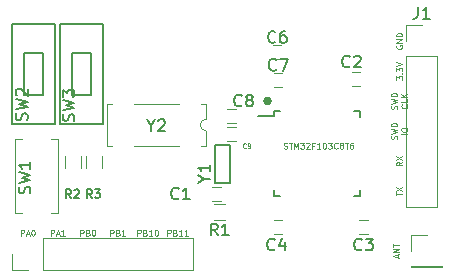
<source format=gto>
G04 #@! TF.GenerationSoftware,KiCad,Pcbnew,5.0.0-rc2-unknown-a288d61~65~ubuntu18.04.1*
G04 #@! TF.CreationDate,2018-06-25T15:59:21+02:00*
G04 #@! TF.ProjectId,STM32_Sensor,53544D33325F53656E736F722E6B6963,rev?*
G04 #@! TF.SameCoordinates,Original*
G04 #@! TF.FileFunction,Legend,Top*
G04 #@! TF.FilePolarity,Positive*
%FSLAX46Y46*%
G04 Gerber Fmt 4.6, Leading zero omitted, Abs format (unit mm)*
G04 Created by KiCad (PCBNEW 5.0.0-rc2-unknown-a288d61~65~ubuntu18.04.1) date Mon Jun 25 15:59:21 2018*
%MOMM*%
%LPD*%
G01*
G04 APERTURE LIST*
%ADD10C,0.300000*%
%ADD11C,0.125000*%
%ADD12C,0.150000*%
%ADD13C,0.120000*%
%ADD14C,0.100000*%
G04 APERTURE END LIST*
D10*
X129486000Y-86106000D02*
G75*
G03X129486000Y-86106000I-200000J0D01*
G01*
D11*
X130663523Y-90118380D02*
X130734952Y-90142190D01*
X130854000Y-90142190D01*
X130901619Y-90118380D01*
X130925428Y-90094571D01*
X130949238Y-90046952D01*
X130949238Y-89999333D01*
X130925428Y-89951714D01*
X130901619Y-89927904D01*
X130854000Y-89904095D01*
X130758761Y-89880285D01*
X130711142Y-89856476D01*
X130687333Y-89832666D01*
X130663523Y-89785047D01*
X130663523Y-89737428D01*
X130687333Y-89689809D01*
X130711142Y-89666000D01*
X130758761Y-89642190D01*
X130877809Y-89642190D01*
X130949238Y-89666000D01*
X131092095Y-89642190D02*
X131377809Y-89642190D01*
X131234952Y-90142190D02*
X131234952Y-89642190D01*
X131544476Y-90142190D02*
X131544476Y-89642190D01*
X131711142Y-89999333D01*
X131877809Y-89642190D01*
X131877809Y-90142190D01*
X132068285Y-89642190D02*
X132377809Y-89642190D01*
X132211142Y-89832666D01*
X132282571Y-89832666D01*
X132330190Y-89856476D01*
X132354000Y-89880285D01*
X132377809Y-89927904D01*
X132377809Y-90046952D01*
X132354000Y-90094571D01*
X132330190Y-90118380D01*
X132282571Y-90142190D01*
X132139714Y-90142190D01*
X132092095Y-90118380D01*
X132068285Y-90094571D01*
X132568285Y-89689809D02*
X132592095Y-89666000D01*
X132639714Y-89642190D01*
X132758761Y-89642190D01*
X132806380Y-89666000D01*
X132830190Y-89689809D01*
X132854000Y-89737428D01*
X132854000Y-89785047D01*
X132830190Y-89856476D01*
X132544476Y-90142190D01*
X132854000Y-90142190D01*
X133234952Y-89880285D02*
X133068285Y-89880285D01*
X133068285Y-90142190D02*
X133068285Y-89642190D01*
X133306380Y-89642190D01*
X133758761Y-90142190D02*
X133473047Y-90142190D01*
X133615904Y-90142190D02*
X133615904Y-89642190D01*
X133568285Y-89713619D01*
X133520666Y-89761238D01*
X133473047Y-89785047D01*
X134068285Y-89642190D02*
X134115904Y-89642190D01*
X134163523Y-89666000D01*
X134187333Y-89689809D01*
X134211142Y-89737428D01*
X134234952Y-89832666D01*
X134234952Y-89951714D01*
X134211142Y-90046952D01*
X134187333Y-90094571D01*
X134163523Y-90118380D01*
X134115904Y-90142190D01*
X134068285Y-90142190D01*
X134020666Y-90118380D01*
X133996857Y-90094571D01*
X133973047Y-90046952D01*
X133949238Y-89951714D01*
X133949238Y-89832666D01*
X133973047Y-89737428D01*
X133996857Y-89689809D01*
X134020666Y-89666000D01*
X134068285Y-89642190D01*
X134401619Y-89642190D02*
X134711142Y-89642190D01*
X134544476Y-89832666D01*
X134615904Y-89832666D01*
X134663523Y-89856476D01*
X134687333Y-89880285D01*
X134711142Y-89927904D01*
X134711142Y-90046952D01*
X134687333Y-90094571D01*
X134663523Y-90118380D01*
X134615904Y-90142190D01*
X134473047Y-90142190D01*
X134425428Y-90118380D01*
X134401619Y-90094571D01*
X135211142Y-90094571D02*
X135187333Y-90118380D01*
X135115904Y-90142190D01*
X135068285Y-90142190D01*
X134996857Y-90118380D01*
X134949238Y-90070761D01*
X134925428Y-90023142D01*
X134901619Y-89927904D01*
X134901619Y-89856476D01*
X134925428Y-89761238D01*
X134949238Y-89713619D01*
X134996857Y-89666000D01*
X135068285Y-89642190D01*
X135115904Y-89642190D01*
X135187333Y-89666000D01*
X135211142Y-89689809D01*
X135496857Y-89856476D02*
X135449238Y-89832666D01*
X135425428Y-89808857D01*
X135401619Y-89761238D01*
X135401619Y-89737428D01*
X135425428Y-89689809D01*
X135449238Y-89666000D01*
X135496857Y-89642190D01*
X135592095Y-89642190D01*
X135639714Y-89666000D01*
X135663523Y-89689809D01*
X135687333Y-89737428D01*
X135687333Y-89761238D01*
X135663523Y-89808857D01*
X135639714Y-89832666D01*
X135592095Y-89856476D01*
X135496857Y-89856476D01*
X135449238Y-89880285D01*
X135425428Y-89904095D01*
X135401619Y-89951714D01*
X135401619Y-90046952D01*
X135425428Y-90094571D01*
X135449238Y-90118380D01*
X135496857Y-90142190D01*
X135592095Y-90142190D01*
X135639714Y-90118380D01*
X135663523Y-90094571D01*
X135687333Y-90046952D01*
X135687333Y-89951714D01*
X135663523Y-89904095D01*
X135639714Y-89880285D01*
X135592095Y-89856476D01*
X135830190Y-89642190D02*
X136115904Y-89642190D01*
X135973047Y-90142190D02*
X135973047Y-89642190D01*
X136496857Y-89642190D02*
X136401619Y-89642190D01*
X136354000Y-89666000D01*
X136330190Y-89689809D01*
X136282571Y-89761238D01*
X136258761Y-89856476D01*
X136258761Y-90046952D01*
X136282571Y-90094571D01*
X136306380Y-90118380D01*
X136354000Y-90142190D01*
X136449238Y-90142190D01*
X136496857Y-90118380D01*
X136520666Y-90094571D01*
X136544476Y-90046952D01*
X136544476Y-89927904D01*
X136520666Y-89880285D01*
X136496857Y-89856476D01*
X136449238Y-89832666D01*
X136354000Y-89832666D01*
X136306380Y-89856476D01*
X136282571Y-89880285D01*
X136258761Y-89927904D01*
X140291333Y-99377428D02*
X140291333Y-99139333D01*
X140434190Y-99425047D02*
X139934190Y-99258380D01*
X140434190Y-99091714D01*
X140434190Y-98925047D02*
X139934190Y-98925047D01*
X140434190Y-98639333D01*
X139934190Y-98639333D01*
X139934190Y-98472666D02*
X139934190Y-98186952D01*
X140434190Y-98329809D02*
X139934190Y-98329809D01*
X140188190Y-94106952D02*
X140188190Y-93821238D01*
X140688190Y-93964095D02*
X140188190Y-93964095D01*
X140188190Y-93702190D02*
X140688190Y-93368857D01*
X140188190Y-93368857D02*
X140688190Y-93702190D01*
X140688190Y-91269333D02*
X140450095Y-91436000D01*
X140688190Y-91555047D02*
X140188190Y-91555047D01*
X140188190Y-91364571D01*
X140212000Y-91316952D01*
X140235809Y-91293142D01*
X140283428Y-91269333D01*
X140354857Y-91269333D01*
X140402476Y-91293142D01*
X140426285Y-91316952D01*
X140450095Y-91364571D01*
X140450095Y-91555047D01*
X140188190Y-91102666D02*
X140688190Y-90769333D01*
X140188190Y-90769333D02*
X140688190Y-91102666D01*
X140226880Y-89324571D02*
X140250690Y-89253142D01*
X140250690Y-89134095D01*
X140226880Y-89086476D01*
X140203071Y-89062666D01*
X140155452Y-89038857D01*
X140107833Y-89038857D01*
X140060214Y-89062666D01*
X140036404Y-89086476D01*
X140012595Y-89134095D01*
X139988785Y-89229333D01*
X139964976Y-89276952D01*
X139941166Y-89300761D01*
X139893547Y-89324571D01*
X139845928Y-89324571D01*
X139798309Y-89300761D01*
X139774500Y-89276952D01*
X139750690Y-89229333D01*
X139750690Y-89110285D01*
X139774500Y-89038857D01*
X139750690Y-88872190D02*
X140250690Y-88753142D01*
X139893547Y-88657904D01*
X140250690Y-88562666D01*
X139750690Y-88443619D01*
X140250690Y-88253142D02*
X139750690Y-88253142D01*
X139750690Y-88134095D01*
X139774500Y-88062666D01*
X139822119Y-88015047D01*
X139869738Y-87991238D01*
X139964976Y-87967428D01*
X140036404Y-87967428D01*
X140131642Y-87991238D01*
X140179261Y-88015047D01*
X140226880Y-88062666D01*
X140250690Y-88134095D01*
X140250690Y-88253142D01*
X141125690Y-88907904D02*
X140625690Y-88907904D01*
X140625690Y-88574571D02*
X140625690Y-88479333D01*
X140649500Y-88431714D01*
X140697119Y-88384095D01*
X140792357Y-88360285D01*
X140959023Y-88360285D01*
X141054261Y-88384095D01*
X141101880Y-88431714D01*
X141125690Y-88479333D01*
X141125690Y-88574571D01*
X141101880Y-88622190D01*
X141054261Y-88669809D01*
X140959023Y-88693619D01*
X140792357Y-88693619D01*
X140697119Y-88669809D01*
X140649500Y-88622190D01*
X140625690Y-88574571D01*
X140226880Y-86784571D02*
X140250690Y-86713142D01*
X140250690Y-86594095D01*
X140226880Y-86546476D01*
X140203071Y-86522666D01*
X140155452Y-86498857D01*
X140107833Y-86498857D01*
X140060214Y-86522666D01*
X140036404Y-86546476D01*
X140012595Y-86594095D01*
X139988785Y-86689333D01*
X139964976Y-86736952D01*
X139941166Y-86760761D01*
X139893547Y-86784571D01*
X139845928Y-86784571D01*
X139798309Y-86760761D01*
X139774500Y-86736952D01*
X139750690Y-86689333D01*
X139750690Y-86570285D01*
X139774500Y-86498857D01*
X139750690Y-86332190D02*
X140250690Y-86213142D01*
X139893547Y-86117904D01*
X140250690Y-86022666D01*
X139750690Y-85903619D01*
X140250690Y-85713142D02*
X139750690Y-85713142D01*
X139750690Y-85594095D01*
X139774500Y-85522666D01*
X139822119Y-85475047D01*
X139869738Y-85451238D01*
X139964976Y-85427428D01*
X140036404Y-85427428D01*
X140131642Y-85451238D01*
X140179261Y-85475047D01*
X140226880Y-85522666D01*
X140250690Y-85594095D01*
X140250690Y-85713142D01*
X141078071Y-86403619D02*
X141101880Y-86427428D01*
X141125690Y-86498857D01*
X141125690Y-86546476D01*
X141101880Y-86617904D01*
X141054261Y-86665523D01*
X141006642Y-86689333D01*
X140911404Y-86713142D01*
X140839976Y-86713142D01*
X140744738Y-86689333D01*
X140697119Y-86665523D01*
X140649500Y-86617904D01*
X140625690Y-86546476D01*
X140625690Y-86498857D01*
X140649500Y-86427428D01*
X140673309Y-86403619D01*
X141125690Y-85951238D02*
X141125690Y-86189333D01*
X140625690Y-86189333D01*
X141125690Y-85784571D02*
X140625690Y-85784571D01*
X141125690Y-85498857D02*
X140839976Y-85713142D01*
X140625690Y-85498857D02*
X140911404Y-85784571D01*
X140188190Y-84304095D02*
X140188190Y-83994571D01*
X140378666Y-84161238D01*
X140378666Y-84089809D01*
X140402476Y-84042190D01*
X140426285Y-84018380D01*
X140473904Y-83994571D01*
X140592952Y-83994571D01*
X140640571Y-84018380D01*
X140664380Y-84042190D01*
X140688190Y-84089809D01*
X140688190Y-84232666D01*
X140664380Y-84280285D01*
X140640571Y-84304095D01*
X140640571Y-83780285D02*
X140664380Y-83756476D01*
X140688190Y-83780285D01*
X140664380Y-83804095D01*
X140640571Y-83780285D01*
X140688190Y-83780285D01*
X140188190Y-83589809D02*
X140188190Y-83280285D01*
X140378666Y-83446952D01*
X140378666Y-83375523D01*
X140402476Y-83327904D01*
X140426285Y-83304095D01*
X140473904Y-83280285D01*
X140592952Y-83280285D01*
X140640571Y-83304095D01*
X140664380Y-83327904D01*
X140688190Y-83375523D01*
X140688190Y-83518380D01*
X140664380Y-83566000D01*
X140640571Y-83589809D01*
X140188190Y-83137428D02*
X140688190Y-82970761D01*
X140188190Y-82804095D01*
X140212000Y-81406952D02*
X140188190Y-81454571D01*
X140188190Y-81526000D01*
X140212000Y-81597428D01*
X140259619Y-81645047D01*
X140307238Y-81668857D01*
X140402476Y-81692666D01*
X140473904Y-81692666D01*
X140569142Y-81668857D01*
X140616761Y-81645047D01*
X140664380Y-81597428D01*
X140688190Y-81526000D01*
X140688190Y-81478380D01*
X140664380Y-81406952D01*
X140640571Y-81383142D01*
X140473904Y-81383142D01*
X140473904Y-81478380D01*
X140688190Y-81168857D02*
X140188190Y-81168857D01*
X140688190Y-80883142D01*
X140188190Y-80883142D01*
X140688190Y-80645047D02*
X140188190Y-80645047D01*
X140188190Y-80526000D01*
X140212000Y-80454571D01*
X140259619Y-80406952D01*
X140307238Y-80383142D01*
X140402476Y-80359333D01*
X140473904Y-80359333D01*
X140569142Y-80383142D01*
X140616761Y-80406952D01*
X140664380Y-80454571D01*
X140688190Y-80526000D01*
X140688190Y-80645047D01*
X120808857Y-97508190D02*
X120808857Y-97008190D01*
X120999333Y-97008190D01*
X121046952Y-97032000D01*
X121070761Y-97055809D01*
X121094571Y-97103428D01*
X121094571Y-97174857D01*
X121070761Y-97222476D01*
X121046952Y-97246285D01*
X120999333Y-97270095D01*
X120808857Y-97270095D01*
X121475523Y-97246285D02*
X121546952Y-97270095D01*
X121570761Y-97293904D01*
X121594571Y-97341523D01*
X121594571Y-97412952D01*
X121570761Y-97460571D01*
X121546952Y-97484380D01*
X121499333Y-97508190D01*
X121308857Y-97508190D01*
X121308857Y-97008190D01*
X121475523Y-97008190D01*
X121523142Y-97032000D01*
X121546952Y-97055809D01*
X121570761Y-97103428D01*
X121570761Y-97151047D01*
X121546952Y-97198666D01*
X121523142Y-97222476D01*
X121475523Y-97246285D01*
X121308857Y-97246285D01*
X122070761Y-97508190D02*
X121785047Y-97508190D01*
X121927904Y-97508190D02*
X121927904Y-97008190D01*
X121880285Y-97079619D01*
X121832666Y-97127238D01*
X121785047Y-97151047D01*
X122546952Y-97508190D02*
X122261238Y-97508190D01*
X122404095Y-97508190D02*
X122404095Y-97008190D01*
X122356476Y-97079619D01*
X122308857Y-97127238D01*
X122261238Y-97151047D01*
X118268857Y-97508190D02*
X118268857Y-97008190D01*
X118459333Y-97008190D01*
X118506952Y-97032000D01*
X118530761Y-97055809D01*
X118554571Y-97103428D01*
X118554571Y-97174857D01*
X118530761Y-97222476D01*
X118506952Y-97246285D01*
X118459333Y-97270095D01*
X118268857Y-97270095D01*
X118935523Y-97246285D02*
X119006952Y-97270095D01*
X119030761Y-97293904D01*
X119054571Y-97341523D01*
X119054571Y-97412952D01*
X119030761Y-97460571D01*
X119006952Y-97484380D01*
X118959333Y-97508190D01*
X118768857Y-97508190D01*
X118768857Y-97008190D01*
X118935523Y-97008190D01*
X118983142Y-97032000D01*
X119006952Y-97055809D01*
X119030761Y-97103428D01*
X119030761Y-97151047D01*
X119006952Y-97198666D01*
X118983142Y-97222476D01*
X118935523Y-97246285D01*
X118768857Y-97246285D01*
X119530761Y-97508190D02*
X119245047Y-97508190D01*
X119387904Y-97508190D02*
X119387904Y-97008190D01*
X119340285Y-97079619D01*
X119292666Y-97127238D01*
X119245047Y-97151047D01*
X119840285Y-97008190D02*
X119887904Y-97008190D01*
X119935523Y-97032000D01*
X119959333Y-97055809D01*
X119983142Y-97103428D01*
X120006952Y-97198666D01*
X120006952Y-97317714D01*
X119983142Y-97412952D01*
X119959333Y-97460571D01*
X119935523Y-97484380D01*
X119887904Y-97508190D01*
X119840285Y-97508190D01*
X119792666Y-97484380D01*
X119768857Y-97460571D01*
X119745047Y-97412952D01*
X119721238Y-97317714D01*
X119721238Y-97198666D01*
X119745047Y-97103428D01*
X119768857Y-97055809D01*
X119792666Y-97032000D01*
X119840285Y-97008190D01*
X115966952Y-97508190D02*
X115966952Y-97008190D01*
X116157428Y-97008190D01*
X116205047Y-97032000D01*
X116228857Y-97055809D01*
X116252666Y-97103428D01*
X116252666Y-97174857D01*
X116228857Y-97222476D01*
X116205047Y-97246285D01*
X116157428Y-97270095D01*
X115966952Y-97270095D01*
X116633619Y-97246285D02*
X116705047Y-97270095D01*
X116728857Y-97293904D01*
X116752666Y-97341523D01*
X116752666Y-97412952D01*
X116728857Y-97460571D01*
X116705047Y-97484380D01*
X116657428Y-97508190D01*
X116466952Y-97508190D01*
X116466952Y-97008190D01*
X116633619Y-97008190D01*
X116681238Y-97032000D01*
X116705047Y-97055809D01*
X116728857Y-97103428D01*
X116728857Y-97151047D01*
X116705047Y-97198666D01*
X116681238Y-97222476D01*
X116633619Y-97246285D01*
X116466952Y-97246285D01*
X117228857Y-97508190D02*
X116943142Y-97508190D01*
X117086000Y-97508190D02*
X117086000Y-97008190D01*
X117038380Y-97079619D01*
X116990761Y-97127238D01*
X116943142Y-97151047D01*
X113426952Y-97508190D02*
X113426952Y-97008190D01*
X113617428Y-97008190D01*
X113665047Y-97032000D01*
X113688857Y-97055809D01*
X113712666Y-97103428D01*
X113712666Y-97174857D01*
X113688857Y-97222476D01*
X113665047Y-97246285D01*
X113617428Y-97270095D01*
X113426952Y-97270095D01*
X114093619Y-97246285D02*
X114165047Y-97270095D01*
X114188857Y-97293904D01*
X114212666Y-97341523D01*
X114212666Y-97412952D01*
X114188857Y-97460571D01*
X114165047Y-97484380D01*
X114117428Y-97508190D01*
X113926952Y-97508190D01*
X113926952Y-97008190D01*
X114093619Y-97008190D01*
X114141238Y-97032000D01*
X114165047Y-97055809D01*
X114188857Y-97103428D01*
X114188857Y-97151047D01*
X114165047Y-97198666D01*
X114141238Y-97222476D01*
X114093619Y-97246285D01*
X113926952Y-97246285D01*
X114522190Y-97008190D02*
X114569809Y-97008190D01*
X114617428Y-97032000D01*
X114641238Y-97055809D01*
X114665047Y-97103428D01*
X114688857Y-97198666D01*
X114688857Y-97317714D01*
X114665047Y-97412952D01*
X114641238Y-97460571D01*
X114617428Y-97484380D01*
X114569809Y-97508190D01*
X114522190Y-97508190D01*
X114474571Y-97484380D01*
X114450761Y-97460571D01*
X114426952Y-97412952D01*
X114403142Y-97317714D01*
X114403142Y-97198666D01*
X114426952Y-97103428D01*
X114450761Y-97055809D01*
X114474571Y-97032000D01*
X114522190Y-97008190D01*
X110922666Y-97508190D02*
X110922666Y-97008190D01*
X111113142Y-97008190D01*
X111160761Y-97032000D01*
X111184571Y-97055809D01*
X111208380Y-97103428D01*
X111208380Y-97174857D01*
X111184571Y-97222476D01*
X111160761Y-97246285D01*
X111113142Y-97270095D01*
X110922666Y-97270095D01*
X111398857Y-97365333D02*
X111636952Y-97365333D01*
X111351238Y-97508190D02*
X111517904Y-97008190D01*
X111684571Y-97508190D01*
X112113142Y-97508190D02*
X111827428Y-97508190D01*
X111970285Y-97508190D02*
X111970285Y-97008190D01*
X111922666Y-97079619D01*
X111875047Y-97127238D01*
X111827428Y-97151047D01*
X108382666Y-97508190D02*
X108382666Y-97008190D01*
X108573142Y-97008190D01*
X108620761Y-97032000D01*
X108644571Y-97055809D01*
X108668380Y-97103428D01*
X108668380Y-97174857D01*
X108644571Y-97222476D01*
X108620761Y-97246285D01*
X108573142Y-97270095D01*
X108382666Y-97270095D01*
X108858857Y-97365333D02*
X109096952Y-97365333D01*
X108811238Y-97508190D02*
X108977904Y-97008190D01*
X109144571Y-97508190D01*
X109406476Y-97008190D02*
X109454095Y-97008190D01*
X109501714Y-97032000D01*
X109525523Y-97055809D01*
X109549333Y-97103428D01*
X109573142Y-97198666D01*
X109573142Y-97317714D01*
X109549333Y-97412952D01*
X109525523Y-97460571D01*
X109501714Y-97484380D01*
X109454095Y-97508190D01*
X109406476Y-97508190D01*
X109358857Y-97484380D01*
X109335047Y-97460571D01*
X109311238Y-97412952D01*
X109287428Y-97317714D01*
X109287428Y-97198666D01*
X109311238Y-97103428D01*
X109335047Y-97055809D01*
X109358857Y-97032000D01*
X109406476Y-97008190D01*
D12*
G04 #@! TO.C,U1*
X129845000Y-87375000D02*
X128470000Y-87375000D01*
X137095000Y-86925000D02*
X136570000Y-86925000D01*
X137095000Y-94175000D02*
X136570000Y-94175000D01*
X129845000Y-94175000D02*
X130370000Y-94175000D01*
X129845000Y-86925000D02*
X130370000Y-86925000D01*
X129845000Y-94175000D02*
X129845000Y-93650000D01*
X137095000Y-94175000D02*
X137095000Y-93650000D01*
X137095000Y-86925000D02*
X137095000Y-87450000D01*
X129845000Y-86925000D02*
X129845000Y-87375000D01*
D13*
G04 #@! TO.C,R1*
X124722000Y-94824000D02*
X125722000Y-94824000D01*
X125722000Y-96184000D02*
X124722000Y-96184000D01*
G04 #@! TO.C,J2*
X141420000Y-97490000D02*
X142750000Y-97490000D01*
X141420000Y-98820000D02*
X141420000Y-97490000D01*
X141420000Y-100090000D02*
X144080000Y-100090000D01*
X144080000Y-100090000D02*
X144080000Y-100150000D01*
X141420000Y-100090000D02*
X141420000Y-100150000D01*
X141420000Y-100150000D02*
X144080000Y-100150000D01*
G04 #@! TO.C,C1*
X124618000Y-93380000D02*
X125318000Y-93380000D01*
X125318000Y-94580000D02*
X124618000Y-94580000D01*
G04 #@! TO.C,C2*
X136429000Y-83664500D02*
X137129000Y-83664500D01*
X137129000Y-84864500D02*
X136429000Y-84864500D01*
G04 #@! TO.C,C3*
X137764000Y-97374000D02*
X137064000Y-97374000D01*
X137064000Y-96174000D02*
X137764000Y-96174000D01*
G04 #@! TO.C,C4*
X130525000Y-97374000D02*
X129825000Y-97374000D01*
X129825000Y-96174000D02*
X130525000Y-96174000D01*
G04 #@! TO.C,C6*
X130461500Y-82578500D02*
X129761500Y-82578500D01*
X129761500Y-81378500D02*
X130461500Y-81378500D01*
G04 #@! TO.C,C7*
X129825000Y-83728000D02*
X130525000Y-83728000D01*
X130525000Y-84928000D02*
X129825000Y-84928000D01*
G04 #@! TO.C,C8*
X125888000Y-86776000D02*
X126588000Y-86776000D01*
X126588000Y-87976000D02*
X125888000Y-87976000D01*
G04 #@! TO.C,C9*
X126588000Y-89500000D02*
X125888000Y-89500000D01*
X125888000Y-88300000D02*
X126588000Y-88300000D01*
G04 #@! TO.C,R2*
X113456000Y-90770000D02*
X113456000Y-91770000D01*
X112096000Y-91770000D02*
X112096000Y-90770000D01*
G04 #@! TO.C,R3*
X113874000Y-91770000D02*
X113874000Y-90770000D01*
X115234000Y-90770000D02*
X115234000Y-91770000D01*
D12*
G04 #@! TO.C,Y1*
X126126000Y-89840000D02*
X126126000Y-93040000D01*
X126126000Y-93040000D02*
X124826000Y-93040000D01*
X124826000Y-89840000D02*
X124826000Y-93040000D01*
X126126000Y-89840000D02*
X124826000Y-89840000D01*
D13*
G04 #@! TO.C,Y2*
X124088000Y-87638000D02*
G75*
G03X124088000Y-88638000I0J-500000D01*
G01*
X117988000Y-86338000D02*
X121788000Y-86338000D01*
X124088000Y-86338000D02*
X123618000Y-86338000D01*
X124088000Y-89938000D02*
X123618000Y-89938000D01*
X124088000Y-86338000D02*
X124088000Y-87638000D01*
X124088000Y-88638000D02*
X124088000Y-89938000D01*
X121788000Y-89938000D02*
X117988000Y-89938000D01*
X115688000Y-86338000D02*
X116158000Y-86338000D01*
X115688000Y-89938000D02*
X115688000Y-86338000D01*
X116158000Y-89938000D02*
X115688000Y-89938000D01*
G04 #@! TO.C,SW1*
X107878000Y-89356000D02*
X107878000Y-95556000D01*
X111578000Y-95556000D02*
X111578000Y-89356000D01*
X111578000Y-89356000D02*
X110928000Y-89356000D01*
X108528000Y-89356000D02*
X107878000Y-89356000D01*
X107878000Y-95556000D02*
X108528000Y-95556000D01*
X111578000Y-95556000D02*
X110928000Y-95556000D01*
D12*
G04 #@! TO.C,SW2*
X110274000Y-82070000D02*
X108674000Y-82070000D01*
X108674000Y-82070000D02*
X108674000Y-85570000D01*
X110274000Y-82070000D02*
X110274000Y-85570000D01*
X110274000Y-85570000D02*
X108674000Y-85570000D01*
X111324000Y-79570000D02*
X107624000Y-79570000D01*
X107624000Y-79570000D02*
X107624000Y-88070000D01*
X111324000Y-88070000D02*
X107624000Y-88070000D01*
X111324000Y-79570000D02*
X111324000Y-88070000D01*
G04 #@! TO.C,SW3*
X115388000Y-79570000D02*
X115388000Y-88070000D01*
X115388000Y-88070000D02*
X111688000Y-88070000D01*
X111688000Y-79570000D02*
X111688000Y-88070000D01*
X115388000Y-79570000D02*
X111688000Y-79570000D01*
X114338000Y-85570000D02*
X112738000Y-85570000D01*
X114338000Y-82070000D02*
X114338000Y-85570000D01*
X112738000Y-82070000D02*
X112738000Y-85570000D01*
X114338000Y-82070000D02*
X112738000Y-82070000D01*
D13*
G04 #@! TO.C,J1*
X141010000Y-79700000D02*
X142340000Y-79700000D01*
X141010000Y-81030000D02*
X141010000Y-79700000D01*
X141010000Y-82300000D02*
X143670000Y-82300000D01*
X143670000Y-82300000D02*
X143670000Y-95060000D01*
X141010000Y-82300000D02*
X141010000Y-95060000D01*
X141010000Y-95060000D02*
X143670000Y-95060000D01*
G04 #@! TO.C,J3*
X107636000Y-100390000D02*
X107636000Y-99060000D01*
X108966000Y-100390000D02*
X107636000Y-100390000D01*
X110236000Y-100390000D02*
X110236000Y-97730000D01*
X110236000Y-97730000D02*
X122996000Y-97730000D01*
X110236000Y-100390000D02*
X122996000Y-100390000D01*
X122996000Y-100390000D02*
X122996000Y-97730000D01*
G04 #@! TO.C,R1*
D12*
X125055333Y-97480380D02*
X124722000Y-97004190D01*
X124483904Y-97480380D02*
X124483904Y-96480380D01*
X124864857Y-96480380D01*
X124960095Y-96528000D01*
X125007714Y-96575619D01*
X125055333Y-96670857D01*
X125055333Y-96813714D01*
X125007714Y-96908952D01*
X124960095Y-96956571D01*
X124864857Y-97004190D01*
X124483904Y-97004190D01*
X126007714Y-97480380D02*
X125436285Y-97480380D01*
X125722000Y-97480380D02*
X125722000Y-96480380D01*
X125626761Y-96623238D01*
X125531523Y-96718476D01*
X125436285Y-96766095D01*
G04 #@! TO.C,C1*
X121753333Y-94337142D02*
X121705714Y-94384761D01*
X121562857Y-94432380D01*
X121467619Y-94432380D01*
X121324761Y-94384761D01*
X121229523Y-94289523D01*
X121181904Y-94194285D01*
X121134285Y-94003809D01*
X121134285Y-93860952D01*
X121181904Y-93670476D01*
X121229523Y-93575238D01*
X121324761Y-93480000D01*
X121467619Y-93432380D01*
X121562857Y-93432380D01*
X121705714Y-93480000D01*
X121753333Y-93527619D01*
X122705714Y-94432380D02*
X122134285Y-94432380D01*
X122420000Y-94432380D02*
X122420000Y-93432380D01*
X122324761Y-93575238D01*
X122229523Y-93670476D01*
X122134285Y-93718095D01*
G04 #@! TO.C,C2*
X136231333Y-83161142D02*
X136183714Y-83208761D01*
X136040857Y-83256380D01*
X135945619Y-83256380D01*
X135802761Y-83208761D01*
X135707523Y-83113523D01*
X135659904Y-83018285D01*
X135612285Y-82827809D01*
X135612285Y-82684952D01*
X135659904Y-82494476D01*
X135707523Y-82399238D01*
X135802761Y-82304000D01*
X135945619Y-82256380D01*
X136040857Y-82256380D01*
X136183714Y-82304000D01*
X136231333Y-82351619D01*
X136612285Y-82351619D02*
X136659904Y-82304000D01*
X136755142Y-82256380D01*
X136993238Y-82256380D01*
X137088476Y-82304000D01*
X137136095Y-82351619D01*
X137183714Y-82446857D01*
X137183714Y-82542095D01*
X137136095Y-82684952D01*
X136564666Y-83256380D01*
X137183714Y-83256380D01*
G04 #@! TO.C,C3*
X137247333Y-98655142D02*
X137199714Y-98702761D01*
X137056857Y-98750380D01*
X136961619Y-98750380D01*
X136818761Y-98702761D01*
X136723523Y-98607523D01*
X136675904Y-98512285D01*
X136628285Y-98321809D01*
X136628285Y-98178952D01*
X136675904Y-97988476D01*
X136723523Y-97893238D01*
X136818761Y-97798000D01*
X136961619Y-97750380D01*
X137056857Y-97750380D01*
X137199714Y-97798000D01*
X137247333Y-97845619D01*
X137580666Y-97750380D02*
X138199714Y-97750380D01*
X137866380Y-98131333D01*
X138009238Y-98131333D01*
X138104476Y-98178952D01*
X138152095Y-98226571D01*
X138199714Y-98321809D01*
X138199714Y-98559904D01*
X138152095Y-98655142D01*
X138104476Y-98702761D01*
X138009238Y-98750380D01*
X137723523Y-98750380D01*
X137628285Y-98702761D01*
X137580666Y-98655142D01*
G04 #@! TO.C,C4*
X129881333Y-98655142D02*
X129833714Y-98702761D01*
X129690857Y-98750380D01*
X129595619Y-98750380D01*
X129452761Y-98702761D01*
X129357523Y-98607523D01*
X129309904Y-98512285D01*
X129262285Y-98321809D01*
X129262285Y-98178952D01*
X129309904Y-97988476D01*
X129357523Y-97893238D01*
X129452761Y-97798000D01*
X129595619Y-97750380D01*
X129690857Y-97750380D01*
X129833714Y-97798000D01*
X129881333Y-97845619D01*
X130738476Y-98083714D02*
X130738476Y-98750380D01*
X130500380Y-97702761D02*
X130262285Y-98417047D01*
X130881333Y-98417047D01*
G04 #@! TO.C,C6*
X129944833Y-81085642D02*
X129897214Y-81133261D01*
X129754357Y-81180880D01*
X129659119Y-81180880D01*
X129516261Y-81133261D01*
X129421023Y-81038023D01*
X129373404Y-80942785D01*
X129325785Y-80752309D01*
X129325785Y-80609452D01*
X129373404Y-80418976D01*
X129421023Y-80323738D01*
X129516261Y-80228500D01*
X129659119Y-80180880D01*
X129754357Y-80180880D01*
X129897214Y-80228500D01*
X129944833Y-80276119D01*
X130801976Y-80180880D02*
X130611500Y-80180880D01*
X130516261Y-80228500D01*
X130468642Y-80276119D01*
X130373404Y-80418976D01*
X130325785Y-80609452D01*
X130325785Y-80990404D01*
X130373404Y-81085642D01*
X130421023Y-81133261D01*
X130516261Y-81180880D01*
X130706738Y-81180880D01*
X130801976Y-81133261D01*
X130849595Y-81085642D01*
X130897214Y-80990404D01*
X130897214Y-80752309D01*
X130849595Y-80657071D01*
X130801976Y-80609452D01*
X130706738Y-80561833D01*
X130516261Y-80561833D01*
X130421023Y-80609452D01*
X130373404Y-80657071D01*
X130325785Y-80752309D01*
G04 #@! TO.C,C7*
X130008333Y-83435142D02*
X129960714Y-83482761D01*
X129817857Y-83530380D01*
X129722619Y-83530380D01*
X129579761Y-83482761D01*
X129484523Y-83387523D01*
X129436904Y-83292285D01*
X129389285Y-83101809D01*
X129389285Y-82958952D01*
X129436904Y-82768476D01*
X129484523Y-82673238D01*
X129579761Y-82578000D01*
X129722619Y-82530380D01*
X129817857Y-82530380D01*
X129960714Y-82578000D01*
X130008333Y-82625619D01*
X130341666Y-82530380D02*
X131008333Y-82530380D01*
X130579761Y-83530380D01*
G04 #@! TO.C,C8*
X127087333Y-86463142D02*
X127039714Y-86510761D01*
X126896857Y-86558380D01*
X126801619Y-86558380D01*
X126658761Y-86510761D01*
X126563523Y-86415523D01*
X126515904Y-86320285D01*
X126468285Y-86129809D01*
X126468285Y-85986952D01*
X126515904Y-85796476D01*
X126563523Y-85701238D01*
X126658761Y-85606000D01*
X126801619Y-85558380D01*
X126896857Y-85558380D01*
X127039714Y-85606000D01*
X127087333Y-85653619D01*
X127658761Y-85986952D02*
X127563523Y-85939333D01*
X127515904Y-85891714D01*
X127468285Y-85796476D01*
X127468285Y-85748857D01*
X127515904Y-85653619D01*
X127563523Y-85606000D01*
X127658761Y-85558380D01*
X127849238Y-85558380D01*
X127944476Y-85606000D01*
X127992095Y-85653619D01*
X128039714Y-85748857D01*
X128039714Y-85796476D01*
X127992095Y-85891714D01*
X127944476Y-85939333D01*
X127849238Y-85986952D01*
X127658761Y-85986952D01*
X127563523Y-86034571D01*
X127515904Y-86082190D01*
X127468285Y-86177428D01*
X127468285Y-86367904D01*
X127515904Y-86463142D01*
X127563523Y-86510761D01*
X127658761Y-86558380D01*
X127849238Y-86558380D01*
X127944476Y-86510761D01*
X127992095Y-86463142D01*
X128039714Y-86367904D01*
X128039714Y-86177428D01*
X127992095Y-86082190D01*
X127944476Y-86034571D01*
X127849238Y-85986952D01*
G04 #@! TO.C,C9*
D14*
X127441333Y-90058857D02*
X127422285Y-90077904D01*
X127365142Y-90096952D01*
X127327047Y-90096952D01*
X127269904Y-90077904D01*
X127231809Y-90039809D01*
X127212761Y-90001714D01*
X127193714Y-89925523D01*
X127193714Y-89868380D01*
X127212761Y-89792190D01*
X127231809Y-89754095D01*
X127269904Y-89716000D01*
X127327047Y-89696952D01*
X127365142Y-89696952D01*
X127422285Y-89716000D01*
X127441333Y-89735047D01*
X127631809Y-90096952D02*
X127708000Y-90096952D01*
X127746095Y-90077904D01*
X127765142Y-90058857D01*
X127803238Y-90001714D01*
X127822285Y-89925523D01*
X127822285Y-89773142D01*
X127803238Y-89735047D01*
X127784190Y-89716000D01*
X127746095Y-89696952D01*
X127669904Y-89696952D01*
X127631809Y-89716000D01*
X127612761Y-89735047D01*
X127593714Y-89773142D01*
X127593714Y-89868380D01*
X127612761Y-89906476D01*
X127631809Y-89925523D01*
X127669904Y-89944571D01*
X127746095Y-89944571D01*
X127784190Y-89925523D01*
X127803238Y-89906476D01*
X127822285Y-89868380D01*
G04 #@! TO.C,R2*
D12*
X112659333Y-94296666D02*
X112426000Y-93963333D01*
X112259333Y-94296666D02*
X112259333Y-93596666D01*
X112526000Y-93596666D01*
X112592666Y-93630000D01*
X112626000Y-93663333D01*
X112659333Y-93730000D01*
X112659333Y-93830000D01*
X112626000Y-93896666D01*
X112592666Y-93930000D01*
X112526000Y-93963333D01*
X112259333Y-93963333D01*
X112926000Y-93663333D02*
X112959333Y-93630000D01*
X113026000Y-93596666D01*
X113192666Y-93596666D01*
X113259333Y-93630000D01*
X113292666Y-93663333D01*
X113326000Y-93730000D01*
X113326000Y-93796666D01*
X113292666Y-93896666D01*
X112892666Y-94296666D01*
X113326000Y-94296666D01*
G04 #@! TO.C,R3*
X114437333Y-94296666D02*
X114204000Y-93963333D01*
X114037333Y-94296666D02*
X114037333Y-93596666D01*
X114304000Y-93596666D01*
X114370666Y-93630000D01*
X114404000Y-93663333D01*
X114437333Y-93730000D01*
X114437333Y-93830000D01*
X114404000Y-93896666D01*
X114370666Y-93930000D01*
X114304000Y-93963333D01*
X114037333Y-93963333D01*
X114670666Y-93596666D02*
X115104000Y-93596666D01*
X114870666Y-93863333D01*
X114970666Y-93863333D01*
X115037333Y-93896666D01*
X115070666Y-93930000D01*
X115104000Y-93996666D01*
X115104000Y-94163333D01*
X115070666Y-94230000D01*
X115037333Y-94263333D01*
X114970666Y-94296666D01*
X114770666Y-94296666D01*
X114704000Y-94263333D01*
X114670666Y-94230000D01*
G04 #@! TO.C,Y1*
X123928190Y-92678190D02*
X124404380Y-92678190D01*
X123404380Y-93011523D02*
X123928190Y-92678190D01*
X123404380Y-92344857D01*
X124404380Y-91487714D02*
X124404380Y-92059142D01*
X124404380Y-91773428D02*
X123404380Y-91773428D01*
X123547238Y-91868666D01*
X123642476Y-91963904D01*
X123690095Y-92059142D01*
G04 #@! TO.C,Y2*
X119401809Y-88194190D02*
X119401809Y-88670380D01*
X119068476Y-87670380D02*
X119401809Y-88194190D01*
X119735142Y-87670380D01*
X120020857Y-87765619D02*
X120068476Y-87718000D01*
X120163714Y-87670380D01*
X120401809Y-87670380D01*
X120497047Y-87718000D01*
X120544666Y-87765619D01*
X120592285Y-87860857D01*
X120592285Y-87956095D01*
X120544666Y-88098952D01*
X119973238Y-88670380D01*
X120592285Y-88670380D01*
G04 #@! TO.C,SW1*
X109162761Y-93919333D02*
X109210380Y-93776476D01*
X109210380Y-93538380D01*
X109162761Y-93443142D01*
X109115142Y-93395523D01*
X109019904Y-93347904D01*
X108924666Y-93347904D01*
X108829428Y-93395523D01*
X108781809Y-93443142D01*
X108734190Y-93538380D01*
X108686571Y-93728857D01*
X108638952Y-93824095D01*
X108591333Y-93871714D01*
X108496095Y-93919333D01*
X108400857Y-93919333D01*
X108305619Y-93871714D01*
X108258000Y-93824095D01*
X108210380Y-93728857D01*
X108210380Y-93490761D01*
X108258000Y-93347904D01*
X108210380Y-93014571D02*
X109210380Y-92776476D01*
X108496095Y-92586000D01*
X109210380Y-92395523D01*
X108210380Y-92157428D01*
X109210380Y-91252666D02*
X109210380Y-91824095D01*
X109210380Y-91538380D02*
X108210380Y-91538380D01*
X108353238Y-91633619D01*
X108448476Y-91728857D01*
X108496095Y-91824095D01*
G04 #@! TO.C,SW2*
X108918761Y-87723333D02*
X108966380Y-87580476D01*
X108966380Y-87342380D01*
X108918761Y-87247142D01*
X108871142Y-87199523D01*
X108775904Y-87151904D01*
X108680666Y-87151904D01*
X108585428Y-87199523D01*
X108537809Y-87247142D01*
X108490190Y-87342380D01*
X108442571Y-87532857D01*
X108394952Y-87628095D01*
X108347333Y-87675714D01*
X108252095Y-87723333D01*
X108156857Y-87723333D01*
X108061619Y-87675714D01*
X108014000Y-87628095D01*
X107966380Y-87532857D01*
X107966380Y-87294761D01*
X108014000Y-87151904D01*
X107966380Y-86818571D02*
X108966380Y-86580476D01*
X108252095Y-86390000D01*
X108966380Y-86199523D01*
X107966380Y-85961428D01*
X108061619Y-85628095D02*
X108014000Y-85580476D01*
X107966380Y-85485238D01*
X107966380Y-85247142D01*
X108014000Y-85151904D01*
X108061619Y-85104285D01*
X108156857Y-85056666D01*
X108252095Y-85056666D01*
X108394952Y-85104285D01*
X108966380Y-85675714D01*
X108966380Y-85056666D01*
G04 #@! TO.C,SW3*
X112882761Y-87803333D02*
X112930380Y-87660476D01*
X112930380Y-87422380D01*
X112882761Y-87327142D01*
X112835142Y-87279523D01*
X112739904Y-87231904D01*
X112644666Y-87231904D01*
X112549428Y-87279523D01*
X112501809Y-87327142D01*
X112454190Y-87422380D01*
X112406571Y-87612857D01*
X112358952Y-87708095D01*
X112311333Y-87755714D01*
X112216095Y-87803333D01*
X112120857Y-87803333D01*
X112025619Y-87755714D01*
X111978000Y-87708095D01*
X111930380Y-87612857D01*
X111930380Y-87374761D01*
X111978000Y-87231904D01*
X111930380Y-86898571D02*
X112930380Y-86660476D01*
X112216095Y-86470000D01*
X112930380Y-86279523D01*
X111930380Y-86041428D01*
X111930380Y-85755714D02*
X111930380Y-85136666D01*
X112311333Y-85470000D01*
X112311333Y-85327142D01*
X112358952Y-85231904D01*
X112406571Y-85184285D01*
X112501809Y-85136666D01*
X112739904Y-85136666D01*
X112835142Y-85184285D01*
X112882761Y-85231904D01*
X112930380Y-85327142D01*
X112930380Y-85612857D01*
X112882761Y-85708095D01*
X112835142Y-85755714D01*
G04 #@! TO.C,J1*
X142006666Y-78152380D02*
X142006666Y-78866666D01*
X141959047Y-79009523D01*
X141863809Y-79104761D01*
X141720952Y-79152380D01*
X141625714Y-79152380D01*
X143006666Y-79152380D02*
X142435238Y-79152380D01*
X142720952Y-79152380D02*
X142720952Y-78152380D01*
X142625714Y-78295238D01*
X142530476Y-78390476D01*
X142435238Y-78438095D01*
G04 #@! TD*
M02*

</source>
